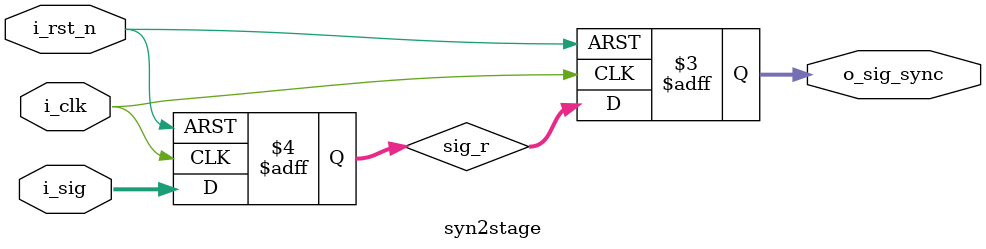
<source format=v>
module syn2stage #(parameter SIG_WIDTH = 4)(
    input  wire                 i_clk,
    input  wire                 i_rst_n,
    input  wire [SIG_WIDTH-1:0] i_sig,
    output reg  [SIG_WIDTH-1:0] o_sig_sync
);

    reg [SIG_WIDTH-1:0] sig_r;
    always@(posedge i_clk or negedge i_rst_n) begin
        if(!i_rst_n) begin
            sig_r      <= 3'b0;
            o_sig_sync <= 3'b0;
        end else begin
            sig_r      <= i_sig;
            o_sig_sync <= sig_r;
        end
    end

endmodule

</source>
